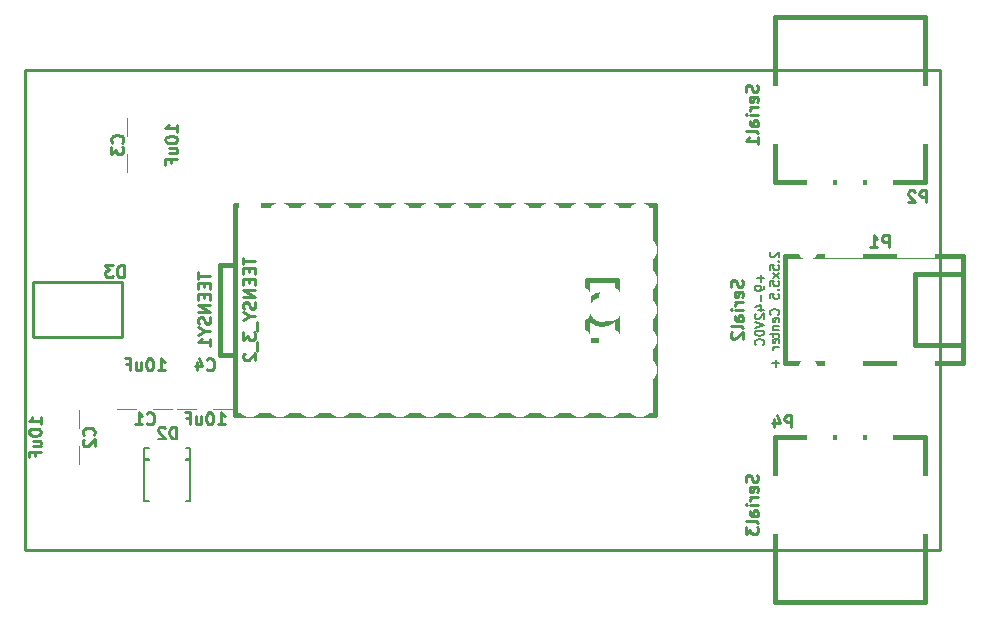
<source format=gbo>
G04 #@! TF.FileFunction,Legend,Bot*
%FSLAX46Y46*%
G04 Gerber Fmt 4.6, Leading zero omitted, Abs format (unit mm)*
G04 Created by KiCad (PCBNEW 4.1.0-alpha+201607150317+6980~46~ubuntu16.04.1-product) date Fri Jul 15 13:36:51 2016*
%MOMM*%
%LPD*%
G01*
G04 APERTURE LIST*
%ADD10C,0.100000*%
%ADD11C,0.190500*%
%ADD12C,0.254000*%
%ADD13C,0.228600*%
%ADD14C,0.127000*%
%ADD15C,0.381000*%
%ADD16C,0.150000*%
%ADD17O,2.254200X2.940000*%
%ADD18R,2.254200X2.940000*%
%ADD19C,3.956000*%
%ADD20R,1.670000X2.940000*%
%ADD21R,2.940000X1.670000*%
%ADD22R,3.200000X2.800000*%
%ADD23C,2.400000*%
%ADD24C,2.600000*%
%ADD25R,2.178000X4.591000*%
%ADD26C,1.600200*%
%ADD27R,2.997200X5.029200*%
%ADD28O,2.940000X1.924000*%
%ADD29O,5.480000X3.448000*%
%ADD30O,2.432000X1.924000*%
%ADD31O,1.924000X2.432000*%
%ADD32R,2.900000X2.400000*%
%ADD33R,5.160000X4.000000*%
%ADD34R,1.640000X1.800000*%
%ADD35R,1.924000X2.940000*%
%ADD36O,1.924000X2.940000*%
G04 APERTURE END LIST*
D10*
D11*
X121974428Y-96755857D02*
X121974428Y-97336428D01*
X122264714Y-97046142D02*
X121684142Y-97046142D01*
X122264714Y-97735571D02*
X122264714Y-97880714D01*
X122228428Y-97953285D01*
X122192142Y-97989571D01*
X122083285Y-98062142D01*
X121938142Y-98098428D01*
X121647857Y-98098428D01*
X121575285Y-98062142D01*
X121539000Y-98025857D01*
X121502714Y-97953285D01*
X121502714Y-97808142D01*
X121539000Y-97735571D01*
X121575285Y-97699285D01*
X121647857Y-97663000D01*
X121829285Y-97663000D01*
X121901857Y-97699285D01*
X121938142Y-97735571D01*
X121974428Y-97808142D01*
X121974428Y-97953285D01*
X121938142Y-98025857D01*
X121901857Y-98062142D01*
X121829285Y-98098428D01*
X121974428Y-98425000D02*
X121974428Y-99005571D01*
X121756714Y-99695000D02*
X122264714Y-99695000D01*
X121466428Y-99513571D02*
X122010714Y-99332142D01*
X122010714Y-99803857D01*
X121575285Y-100057857D02*
X121539000Y-100094142D01*
X121502714Y-100166714D01*
X121502714Y-100348142D01*
X121539000Y-100420714D01*
X121575285Y-100457000D01*
X121647857Y-100493285D01*
X121720428Y-100493285D01*
X121829285Y-100457000D01*
X122264714Y-100021571D01*
X122264714Y-100493285D01*
X121502714Y-100711000D02*
X122264714Y-100965000D01*
X121502714Y-101219000D01*
X122264714Y-101473000D02*
X121502714Y-101473000D01*
X121502714Y-101654428D01*
X121539000Y-101763285D01*
X121611571Y-101835857D01*
X121684142Y-101872142D01*
X121829285Y-101908428D01*
X121938142Y-101908428D01*
X122083285Y-101872142D01*
X122155857Y-101835857D01*
X122228428Y-101763285D01*
X122264714Y-101654428D01*
X122264714Y-101473000D01*
X122192142Y-102670428D02*
X122228428Y-102634142D01*
X122264714Y-102525285D01*
X122264714Y-102452714D01*
X122228428Y-102343857D01*
X122155857Y-102271285D01*
X122083285Y-102235000D01*
X121938142Y-102198714D01*
X121829285Y-102198714D01*
X121684142Y-102235000D01*
X121611571Y-102271285D01*
X121539000Y-102343857D01*
X121502714Y-102452714D01*
X121502714Y-102525285D01*
X121539000Y-102634142D01*
X121575285Y-102670428D01*
D12*
X121696238Y-80693380D02*
X121744619Y-80838523D01*
X121744619Y-81080428D01*
X121696238Y-81177190D01*
X121647857Y-81225571D01*
X121551095Y-81273952D01*
X121454333Y-81273952D01*
X121357571Y-81225571D01*
X121309190Y-81177190D01*
X121260809Y-81080428D01*
X121212428Y-80886904D01*
X121164047Y-80790142D01*
X121115666Y-80741761D01*
X121018904Y-80693380D01*
X120922142Y-80693380D01*
X120825380Y-80741761D01*
X120777000Y-80790142D01*
X120728619Y-80886904D01*
X120728619Y-81128809D01*
X120777000Y-81273952D01*
X121696238Y-82096428D02*
X121744619Y-81999666D01*
X121744619Y-81806142D01*
X121696238Y-81709380D01*
X121599476Y-81661000D01*
X121212428Y-81661000D01*
X121115666Y-81709380D01*
X121067285Y-81806142D01*
X121067285Y-81999666D01*
X121115666Y-82096428D01*
X121212428Y-82144809D01*
X121309190Y-82144809D01*
X121405952Y-81661000D01*
X121744619Y-82580238D02*
X121067285Y-82580238D01*
X121260809Y-82580238D02*
X121164047Y-82628619D01*
X121115666Y-82677000D01*
X121067285Y-82773761D01*
X121067285Y-82870523D01*
X121744619Y-83209190D02*
X121067285Y-83209190D01*
X120728619Y-83209190D02*
X120777000Y-83160809D01*
X120825380Y-83209190D01*
X120777000Y-83257571D01*
X120728619Y-83209190D01*
X120825380Y-83209190D01*
X121744619Y-84128428D02*
X121212428Y-84128428D01*
X121115666Y-84080047D01*
X121067285Y-83983285D01*
X121067285Y-83789761D01*
X121115666Y-83693000D01*
X121696238Y-84128428D02*
X121744619Y-84031666D01*
X121744619Y-83789761D01*
X121696238Y-83693000D01*
X121599476Y-83644619D01*
X121502714Y-83644619D01*
X121405952Y-83693000D01*
X121357571Y-83789761D01*
X121357571Y-84031666D01*
X121309190Y-84128428D01*
X121744619Y-84757380D02*
X121696238Y-84660619D01*
X121599476Y-84612238D01*
X120728619Y-84612238D01*
X121744619Y-85676619D02*
X121744619Y-85096047D01*
X121744619Y-85386333D02*
X120728619Y-85386333D01*
X120873761Y-85289571D01*
X120970523Y-85192809D01*
X121018904Y-85096047D01*
X121696238Y-113713380D02*
X121744619Y-113858523D01*
X121744619Y-114100428D01*
X121696238Y-114197190D01*
X121647857Y-114245571D01*
X121551095Y-114293952D01*
X121454333Y-114293952D01*
X121357571Y-114245571D01*
X121309190Y-114197190D01*
X121260809Y-114100428D01*
X121212428Y-113906904D01*
X121164047Y-113810142D01*
X121115666Y-113761761D01*
X121018904Y-113713380D01*
X120922142Y-113713380D01*
X120825380Y-113761761D01*
X120777000Y-113810142D01*
X120728619Y-113906904D01*
X120728619Y-114148809D01*
X120777000Y-114293952D01*
X121696238Y-115116428D02*
X121744619Y-115019666D01*
X121744619Y-114826142D01*
X121696238Y-114729380D01*
X121599476Y-114681000D01*
X121212428Y-114681000D01*
X121115666Y-114729380D01*
X121067285Y-114826142D01*
X121067285Y-115019666D01*
X121115666Y-115116428D01*
X121212428Y-115164809D01*
X121309190Y-115164809D01*
X121405952Y-114681000D01*
X121744619Y-115600238D02*
X121067285Y-115600238D01*
X121260809Y-115600238D02*
X121164047Y-115648619D01*
X121115666Y-115697000D01*
X121067285Y-115793761D01*
X121067285Y-115890523D01*
X121744619Y-116229190D02*
X121067285Y-116229190D01*
X120728619Y-116229190D02*
X120777000Y-116180809D01*
X120825380Y-116229190D01*
X120777000Y-116277571D01*
X120728619Y-116229190D01*
X120825380Y-116229190D01*
X121744619Y-117148428D02*
X121212428Y-117148428D01*
X121115666Y-117100047D01*
X121067285Y-117003285D01*
X121067285Y-116809761D01*
X121115666Y-116713000D01*
X121696238Y-117148428D02*
X121744619Y-117051666D01*
X121744619Y-116809761D01*
X121696238Y-116713000D01*
X121599476Y-116664619D01*
X121502714Y-116664619D01*
X121405952Y-116713000D01*
X121357571Y-116809761D01*
X121357571Y-117051666D01*
X121309190Y-117148428D01*
X121744619Y-117777380D02*
X121696238Y-117680619D01*
X121599476Y-117632238D01*
X120728619Y-117632238D01*
X120728619Y-118067666D02*
X120728619Y-118696619D01*
X121115666Y-118357952D01*
X121115666Y-118503095D01*
X121164047Y-118599857D01*
X121212428Y-118648238D01*
X121309190Y-118696619D01*
X121551095Y-118696619D01*
X121647857Y-118648238D01*
X121696238Y-118599857D01*
X121744619Y-118503095D01*
X121744619Y-118212809D01*
X121696238Y-118116047D01*
X121647857Y-118067666D01*
D11*
X122845285Y-94832714D02*
X122809000Y-94869000D01*
X122772714Y-94941571D01*
X122772714Y-95123000D01*
X122809000Y-95195571D01*
X122845285Y-95231857D01*
X122917857Y-95268142D01*
X122990428Y-95268142D01*
X123099285Y-95231857D01*
X123534714Y-94796428D01*
X123534714Y-95268142D01*
X123462142Y-95594714D02*
X123498428Y-95631000D01*
X123534714Y-95594714D01*
X123498428Y-95558428D01*
X123462142Y-95594714D01*
X123534714Y-95594714D01*
X122772714Y-96320428D02*
X122772714Y-95957571D01*
X123135571Y-95921285D01*
X123099285Y-95957571D01*
X123063000Y-96030142D01*
X123063000Y-96211571D01*
X123099285Y-96284142D01*
X123135571Y-96320428D01*
X123208142Y-96356714D01*
X123389571Y-96356714D01*
X123462142Y-96320428D01*
X123498428Y-96284142D01*
X123534714Y-96211571D01*
X123534714Y-96030142D01*
X123498428Y-95957571D01*
X123462142Y-95921285D01*
X123534714Y-96610714D02*
X123026714Y-97009857D01*
X123026714Y-96610714D02*
X123534714Y-97009857D01*
X122772714Y-97663000D02*
X122772714Y-97300142D01*
X123135571Y-97263857D01*
X123099285Y-97300142D01*
X123063000Y-97372714D01*
X123063000Y-97554142D01*
X123099285Y-97626714D01*
X123135571Y-97663000D01*
X123208142Y-97699285D01*
X123389571Y-97699285D01*
X123462142Y-97663000D01*
X123498428Y-97626714D01*
X123534714Y-97554142D01*
X123534714Y-97372714D01*
X123498428Y-97300142D01*
X123462142Y-97263857D01*
X123462142Y-98025857D02*
X123498428Y-98062142D01*
X123534714Y-98025857D01*
X123498428Y-97989571D01*
X123462142Y-98025857D01*
X123534714Y-98025857D01*
X122772714Y-98751571D02*
X122772714Y-98388714D01*
X123135571Y-98352428D01*
X123099285Y-98388714D01*
X123063000Y-98461285D01*
X123063000Y-98642714D01*
X123099285Y-98715285D01*
X123135571Y-98751571D01*
X123208142Y-98787857D01*
X123389571Y-98787857D01*
X123462142Y-98751571D01*
X123498428Y-98715285D01*
X123534714Y-98642714D01*
X123534714Y-98461285D01*
X123498428Y-98388714D01*
X123462142Y-98352428D01*
X123462142Y-100130428D02*
X123498428Y-100094142D01*
X123534714Y-99985285D01*
X123534714Y-99912714D01*
X123498428Y-99803857D01*
X123425857Y-99731285D01*
X123353285Y-99695000D01*
X123208142Y-99658714D01*
X123099285Y-99658714D01*
X122954142Y-99695000D01*
X122881571Y-99731285D01*
X122809000Y-99803857D01*
X122772714Y-99912714D01*
X122772714Y-99985285D01*
X122809000Y-100094142D01*
X122845285Y-100130428D01*
X123498428Y-100747285D02*
X123534714Y-100674714D01*
X123534714Y-100529571D01*
X123498428Y-100457000D01*
X123425857Y-100420714D01*
X123135571Y-100420714D01*
X123063000Y-100457000D01*
X123026714Y-100529571D01*
X123026714Y-100674714D01*
X123063000Y-100747285D01*
X123135571Y-100783571D01*
X123208142Y-100783571D01*
X123280714Y-100420714D01*
X123026714Y-101110142D02*
X123534714Y-101110142D01*
X123099285Y-101110142D02*
X123063000Y-101146428D01*
X123026714Y-101219000D01*
X123026714Y-101327857D01*
X123063000Y-101400428D01*
X123135571Y-101436714D01*
X123534714Y-101436714D01*
X123026714Y-101690714D02*
X123026714Y-101981000D01*
X122772714Y-101799571D02*
X123425857Y-101799571D01*
X123498428Y-101835857D01*
X123534714Y-101908428D01*
X123534714Y-101981000D01*
X123498428Y-102525285D02*
X123534714Y-102452714D01*
X123534714Y-102307571D01*
X123498428Y-102235000D01*
X123425857Y-102198714D01*
X123135571Y-102198714D01*
X123063000Y-102235000D01*
X123026714Y-102307571D01*
X123026714Y-102452714D01*
X123063000Y-102525285D01*
X123135571Y-102561571D01*
X123208142Y-102561571D01*
X123280714Y-102198714D01*
X123534714Y-102888142D02*
X123026714Y-102888142D01*
X123171857Y-102888142D02*
X123099285Y-102924428D01*
X123063000Y-102960714D01*
X123026714Y-103033285D01*
X123026714Y-103105857D01*
X123244428Y-103940428D02*
X123244428Y-104521000D01*
X123534714Y-104230714D02*
X122954142Y-104230714D01*
D12*
X120426238Y-97203380D02*
X120474619Y-97348523D01*
X120474619Y-97590428D01*
X120426238Y-97687190D01*
X120377857Y-97735571D01*
X120281095Y-97783952D01*
X120184333Y-97783952D01*
X120087571Y-97735571D01*
X120039190Y-97687190D01*
X119990809Y-97590428D01*
X119942428Y-97396904D01*
X119894047Y-97300142D01*
X119845666Y-97251761D01*
X119748904Y-97203380D01*
X119652142Y-97203380D01*
X119555380Y-97251761D01*
X119507000Y-97300142D01*
X119458619Y-97396904D01*
X119458619Y-97638809D01*
X119507000Y-97783952D01*
X120426238Y-98606428D02*
X120474619Y-98509666D01*
X120474619Y-98316142D01*
X120426238Y-98219380D01*
X120329476Y-98171000D01*
X119942428Y-98171000D01*
X119845666Y-98219380D01*
X119797285Y-98316142D01*
X119797285Y-98509666D01*
X119845666Y-98606428D01*
X119942428Y-98654809D01*
X120039190Y-98654809D01*
X120135952Y-98171000D01*
X120474619Y-99090238D02*
X119797285Y-99090238D01*
X119990809Y-99090238D02*
X119894047Y-99138619D01*
X119845666Y-99187000D01*
X119797285Y-99283761D01*
X119797285Y-99380523D01*
X120474619Y-99719190D02*
X119797285Y-99719190D01*
X119458619Y-99719190D02*
X119507000Y-99670809D01*
X119555380Y-99719190D01*
X119507000Y-99767571D01*
X119458619Y-99719190D01*
X119555380Y-99719190D01*
X120474619Y-100638428D02*
X119942428Y-100638428D01*
X119845666Y-100590047D01*
X119797285Y-100493285D01*
X119797285Y-100299761D01*
X119845666Y-100203000D01*
X120426238Y-100638428D02*
X120474619Y-100541666D01*
X120474619Y-100299761D01*
X120426238Y-100203000D01*
X120329476Y-100154619D01*
X120232714Y-100154619D01*
X120135952Y-100203000D01*
X120087571Y-100299761D01*
X120087571Y-100541666D01*
X120039190Y-100638428D01*
X120474619Y-101267380D02*
X120426238Y-101170619D01*
X120329476Y-101122238D01*
X119458619Y-101122238D01*
X119555380Y-101606047D02*
X119507000Y-101654428D01*
X119458619Y-101751190D01*
X119458619Y-101993095D01*
X119507000Y-102089857D01*
X119555380Y-102138238D01*
X119652142Y-102186619D01*
X119748904Y-102186619D01*
X119894047Y-102138238D01*
X120474619Y-101557666D01*
X120474619Y-102186619D01*
D13*
X137160000Y-79375000D02*
X59690000Y-79375000D01*
X137160000Y-120015000D02*
X137160000Y-79375000D01*
X59690000Y-120015000D02*
X137160000Y-120015000D01*
X59690000Y-79375000D02*
X59690000Y-120015000D01*
D14*
X69088000Y-108077000D02*
X67564000Y-108077000D01*
X67564000Y-108077000D02*
X67564000Y-105283000D01*
X67564000Y-105283000D02*
X69088000Y-105283000D01*
X70612000Y-105283000D02*
X72136000Y-105283000D01*
X72136000Y-105283000D02*
X72136000Y-108077000D01*
X72136000Y-108077000D02*
X70612000Y-108077000D01*
X64262000Y-111252000D02*
X64262000Y-112776000D01*
X64262000Y-112776000D02*
X61468000Y-112776000D01*
X61468000Y-112776000D02*
X61468000Y-111252000D01*
X61468000Y-109728000D02*
X61468000Y-108204000D01*
X61468000Y-108204000D02*
X64262000Y-108204000D01*
X64262000Y-108204000D02*
X64262000Y-109728000D01*
D15*
X139080000Y-102695000D02*
X135080000Y-102695000D01*
X135080000Y-102695000D02*
X135080000Y-96695000D01*
X135080000Y-96695000D02*
X139080000Y-96695000D01*
X124080000Y-104195000D02*
X124080000Y-95195000D01*
X124080000Y-95195000D02*
X139080000Y-95195000D01*
X139080000Y-95195000D02*
X139080000Y-104195000D01*
X139080000Y-104195000D02*
X124080000Y-104195000D01*
X135890000Y-74930000D02*
X123190000Y-74930000D01*
X123190000Y-74930000D02*
X123190000Y-88900000D01*
X135890000Y-74930000D02*
X135890000Y-88900000D01*
X135890000Y-88900000D02*
X123190000Y-88900000D01*
X123190000Y-124460000D02*
X135890000Y-124460000D01*
X135890000Y-124460000D02*
X135890000Y-110490000D01*
X123190000Y-124460000D02*
X123190000Y-110490000D01*
X123190000Y-110490000D02*
X135890000Y-110490000D01*
D16*
X69805000Y-111415000D02*
X70205000Y-111415000D01*
X73705000Y-111415000D02*
X73305000Y-111415000D01*
X73705000Y-115915000D02*
X73305000Y-115915000D01*
X69805000Y-115915000D02*
X70205000Y-115915000D01*
X73705000Y-112315000D02*
X73305000Y-112315000D01*
X73305000Y-112315000D02*
X73305000Y-112465000D01*
X73305000Y-112465000D02*
X73705000Y-112465000D01*
X69805000Y-112315000D02*
X70205000Y-112315000D01*
X70205000Y-112315000D02*
X70205000Y-112465000D01*
X70205000Y-112465000D02*
X69805000Y-112465000D01*
X69805000Y-111415000D02*
X69805000Y-115915000D01*
X73705000Y-115915000D02*
X73705000Y-111415000D01*
D13*
X67885000Y-101995000D02*
X67885000Y-97395000D01*
X67885000Y-97395000D02*
X60385000Y-97395000D01*
X60385000Y-97395000D02*
X60385000Y-101995000D01*
X60385000Y-101995000D02*
X67885000Y-101995000D01*
D15*
X109855000Y-99695000D02*
G75*
G03X109855000Y-99695000I-1270000J0D01*
G01*
X109855000Y-97155000D02*
X109855000Y-102235000D01*
X109855000Y-102235000D02*
X107315000Y-102235000D01*
X107315000Y-102235000D02*
X107315000Y-97155000D01*
X107315000Y-97155000D02*
X109855000Y-97155000D01*
X77470000Y-95885000D02*
X76200000Y-95885000D01*
X76200000Y-95885000D02*
X76200000Y-103505000D01*
X76200000Y-103505000D02*
X77470000Y-103505000D01*
X77470000Y-90805000D02*
X113030000Y-90805000D01*
X113030000Y-90805000D02*
X113030000Y-108585000D01*
X113030000Y-108585000D02*
X77470000Y-108585000D01*
X77470000Y-108585000D02*
X77470000Y-90805000D01*
D14*
X68453000Y-84963000D02*
X68453000Y-83439000D01*
X68453000Y-83439000D02*
X71247000Y-83439000D01*
X71247000Y-83439000D02*
X71247000Y-84963000D01*
X71247000Y-86487000D02*
X71247000Y-88011000D01*
X71247000Y-88011000D02*
X68453000Y-88011000D01*
X68453000Y-88011000D02*
X68453000Y-86487000D01*
X75692000Y-105283000D02*
X77216000Y-105283000D01*
X77216000Y-105283000D02*
X77216000Y-108077000D01*
X77216000Y-108077000D02*
X75692000Y-108077000D01*
X74168000Y-108077000D02*
X72644000Y-108077000D01*
X72644000Y-108077000D02*
X72644000Y-105283000D01*
X72644000Y-105283000D02*
X74168000Y-105283000D01*
D12*
X70019333Y-109328857D02*
X70067714Y-109377238D01*
X70212857Y-109425619D01*
X70309619Y-109425619D01*
X70454761Y-109377238D01*
X70551523Y-109280476D01*
X70599904Y-109183714D01*
X70648285Y-108990190D01*
X70648285Y-108845047D01*
X70599904Y-108651523D01*
X70551523Y-108554761D01*
X70454761Y-108458000D01*
X70309619Y-108409619D01*
X70212857Y-108409619D01*
X70067714Y-108458000D01*
X70019333Y-108506380D01*
X69051714Y-109425619D02*
X69632285Y-109425619D01*
X69342000Y-109425619D02*
X69342000Y-108409619D01*
X69438761Y-108554761D01*
X69535523Y-108651523D01*
X69632285Y-108699904D01*
X70938571Y-104853619D02*
X71519142Y-104853619D01*
X71228857Y-104853619D02*
X71228857Y-103837619D01*
X71325619Y-103982761D01*
X71422380Y-104079523D01*
X71519142Y-104127904D01*
X70309619Y-103837619D02*
X70212857Y-103837619D01*
X70116095Y-103886000D01*
X70067714Y-103934380D01*
X70019333Y-104031142D01*
X69970952Y-104224666D01*
X69970952Y-104466571D01*
X70019333Y-104660095D01*
X70067714Y-104756857D01*
X70116095Y-104805238D01*
X70212857Y-104853619D01*
X70309619Y-104853619D01*
X70406380Y-104805238D01*
X70454761Y-104756857D01*
X70503142Y-104660095D01*
X70551523Y-104466571D01*
X70551523Y-104224666D01*
X70503142Y-104031142D01*
X70454761Y-103934380D01*
X70406380Y-103886000D01*
X70309619Y-103837619D01*
X69100095Y-104176285D02*
X69100095Y-104853619D01*
X69535523Y-104176285D02*
X69535523Y-104708476D01*
X69487142Y-104805238D01*
X69390380Y-104853619D01*
X69245238Y-104853619D01*
X69148476Y-104805238D01*
X69100095Y-104756857D01*
X68277619Y-104321428D02*
X68616285Y-104321428D01*
X68616285Y-104853619D02*
X68616285Y-103837619D01*
X68132476Y-103837619D01*
X65513857Y-110320666D02*
X65562238Y-110272285D01*
X65610619Y-110127142D01*
X65610619Y-110030380D01*
X65562238Y-109885238D01*
X65465476Y-109788476D01*
X65368714Y-109740095D01*
X65175190Y-109691714D01*
X65030047Y-109691714D01*
X64836523Y-109740095D01*
X64739761Y-109788476D01*
X64643000Y-109885238D01*
X64594619Y-110030380D01*
X64594619Y-110127142D01*
X64643000Y-110272285D01*
X64691380Y-110320666D01*
X64691380Y-110707714D02*
X64643000Y-110756095D01*
X64594619Y-110852857D01*
X64594619Y-111094761D01*
X64643000Y-111191523D01*
X64691380Y-111239904D01*
X64788142Y-111288285D01*
X64884904Y-111288285D01*
X65030047Y-111239904D01*
X65610619Y-110659333D01*
X65610619Y-111288285D01*
X61038619Y-109401428D02*
X61038619Y-108820857D01*
X61038619Y-109111142D02*
X60022619Y-109111142D01*
X60167761Y-109014380D01*
X60264523Y-108917619D01*
X60312904Y-108820857D01*
X60022619Y-110030380D02*
X60022619Y-110127142D01*
X60071000Y-110223904D01*
X60119380Y-110272285D01*
X60216142Y-110320666D01*
X60409666Y-110369047D01*
X60651571Y-110369047D01*
X60845095Y-110320666D01*
X60941857Y-110272285D01*
X60990238Y-110223904D01*
X61038619Y-110127142D01*
X61038619Y-110030380D01*
X60990238Y-109933619D01*
X60941857Y-109885238D01*
X60845095Y-109836857D01*
X60651571Y-109788476D01*
X60409666Y-109788476D01*
X60216142Y-109836857D01*
X60119380Y-109885238D01*
X60071000Y-109933619D01*
X60022619Y-110030380D01*
X60361285Y-111239904D02*
X61038619Y-111239904D01*
X60361285Y-110804476D02*
X60893476Y-110804476D01*
X60990238Y-110852857D01*
X61038619Y-110949619D01*
X61038619Y-111094761D01*
X60990238Y-111191523D01*
X60941857Y-111239904D01*
X60506428Y-112062380D02*
X60506428Y-111723714D01*
X61038619Y-111723714D02*
X60022619Y-111723714D01*
X60022619Y-112207523D01*
X132829904Y-94439619D02*
X132829904Y-93423619D01*
X132442857Y-93423619D01*
X132346095Y-93472000D01*
X132297714Y-93520380D01*
X132249333Y-93617142D01*
X132249333Y-93762285D01*
X132297714Y-93859047D01*
X132346095Y-93907428D01*
X132442857Y-93955809D01*
X132829904Y-93955809D01*
X131281714Y-94439619D02*
X131862285Y-94439619D01*
X131572000Y-94439619D02*
X131572000Y-93423619D01*
X131668761Y-93568761D01*
X131765523Y-93665523D01*
X131862285Y-93713904D01*
X136004904Y-90629619D02*
X136004904Y-89613619D01*
X135617857Y-89613619D01*
X135521095Y-89662000D01*
X135472714Y-89710380D01*
X135424333Y-89807142D01*
X135424333Y-89952285D01*
X135472714Y-90049047D01*
X135521095Y-90097428D01*
X135617857Y-90145809D01*
X136004904Y-90145809D01*
X135037285Y-89710380D02*
X134988904Y-89662000D01*
X134892142Y-89613619D01*
X134650238Y-89613619D01*
X134553476Y-89662000D01*
X134505095Y-89710380D01*
X134456714Y-89807142D01*
X134456714Y-89903904D01*
X134505095Y-90049047D01*
X135085666Y-90629619D01*
X134456714Y-90629619D01*
X124574904Y-109679619D02*
X124574904Y-108663619D01*
X124187857Y-108663619D01*
X124091095Y-108712000D01*
X124042714Y-108760380D01*
X123994333Y-108857142D01*
X123994333Y-109002285D01*
X124042714Y-109099047D01*
X124091095Y-109147428D01*
X124187857Y-109195809D01*
X124574904Y-109195809D01*
X123123476Y-109002285D02*
X123123476Y-109679619D01*
X123365380Y-108615238D02*
X123607285Y-109340952D01*
X122978333Y-109340952D01*
X72504904Y-110624619D02*
X72504904Y-109608619D01*
X72263000Y-109608619D01*
X72117857Y-109657000D01*
X72021095Y-109753761D01*
X71972714Y-109850523D01*
X71924333Y-110044047D01*
X71924333Y-110189190D01*
X71972714Y-110382714D01*
X72021095Y-110479476D01*
X72117857Y-110576238D01*
X72263000Y-110624619D01*
X72504904Y-110624619D01*
X71537285Y-109705380D02*
X71488904Y-109657000D01*
X71392142Y-109608619D01*
X71150238Y-109608619D01*
X71053476Y-109657000D01*
X71005095Y-109705380D01*
X70956714Y-109802142D01*
X70956714Y-109898904D01*
X71005095Y-110044047D01*
X71585666Y-110624619D01*
X70956714Y-110624619D01*
X68059904Y-96979619D02*
X68059904Y-95963619D01*
X67818000Y-95963619D01*
X67672857Y-96012000D01*
X67576095Y-96108761D01*
X67527714Y-96205523D01*
X67479333Y-96399047D01*
X67479333Y-96544190D01*
X67527714Y-96737714D01*
X67576095Y-96834476D01*
X67672857Y-96931238D01*
X67818000Y-96979619D01*
X68059904Y-96979619D01*
X67140666Y-95963619D02*
X66511714Y-95963619D01*
X66850380Y-96350666D01*
X66705238Y-96350666D01*
X66608476Y-96399047D01*
X66560095Y-96447428D01*
X66511714Y-96544190D01*
X66511714Y-96786095D01*
X66560095Y-96882857D01*
X66608476Y-96931238D01*
X66705238Y-96979619D01*
X66995523Y-96979619D01*
X67092285Y-96931238D01*
X67140666Y-96882857D01*
X74373619Y-96550238D02*
X74373619Y-97130809D01*
X75389619Y-96840523D02*
X74373619Y-96840523D01*
X74857428Y-97469476D02*
X74857428Y-97808142D01*
X75389619Y-97953285D02*
X75389619Y-97469476D01*
X74373619Y-97469476D01*
X74373619Y-97953285D01*
X74857428Y-98388714D02*
X74857428Y-98727380D01*
X75389619Y-98872523D02*
X75389619Y-98388714D01*
X74373619Y-98388714D01*
X74373619Y-98872523D01*
X75389619Y-99307952D02*
X74373619Y-99307952D01*
X75389619Y-99888523D01*
X74373619Y-99888523D01*
X75341238Y-100323952D02*
X75389619Y-100469095D01*
X75389619Y-100711000D01*
X75341238Y-100807761D01*
X75292857Y-100856142D01*
X75196095Y-100904523D01*
X75099333Y-100904523D01*
X75002571Y-100856142D01*
X74954190Y-100807761D01*
X74905809Y-100711000D01*
X74857428Y-100517476D01*
X74809047Y-100420714D01*
X74760666Y-100372333D01*
X74663904Y-100323952D01*
X74567142Y-100323952D01*
X74470380Y-100372333D01*
X74422000Y-100420714D01*
X74373619Y-100517476D01*
X74373619Y-100759380D01*
X74422000Y-100904523D01*
X74905809Y-101533476D02*
X75389619Y-101533476D01*
X74373619Y-101194809D02*
X74905809Y-101533476D01*
X74373619Y-101872142D01*
X75389619Y-102743000D02*
X75389619Y-102162428D01*
X75389619Y-102452714D02*
X74373619Y-102452714D01*
X74518761Y-102355952D01*
X74615523Y-102259190D01*
X74663904Y-102162428D01*
X78193619Y-95292333D02*
X78193619Y-95872904D01*
X79209619Y-95582619D02*
X78193619Y-95582619D01*
X78677428Y-96211571D02*
X78677428Y-96550238D01*
X79209619Y-96695380D02*
X79209619Y-96211571D01*
X78193619Y-96211571D01*
X78193619Y-96695380D01*
X78677428Y-97130809D02*
X78677428Y-97469476D01*
X79209619Y-97614619D02*
X79209619Y-97130809D01*
X78193619Y-97130809D01*
X78193619Y-97614619D01*
X79209619Y-98050047D02*
X78193619Y-98050047D01*
X79209619Y-98630619D01*
X78193619Y-98630619D01*
X79161238Y-99066047D02*
X79209619Y-99211190D01*
X79209619Y-99453095D01*
X79161238Y-99549857D01*
X79112857Y-99598238D01*
X79016095Y-99646619D01*
X78919333Y-99646619D01*
X78822571Y-99598238D01*
X78774190Y-99549857D01*
X78725809Y-99453095D01*
X78677428Y-99259571D01*
X78629047Y-99162809D01*
X78580666Y-99114428D01*
X78483904Y-99066047D01*
X78387142Y-99066047D01*
X78290380Y-99114428D01*
X78242000Y-99162809D01*
X78193619Y-99259571D01*
X78193619Y-99501476D01*
X78242000Y-99646619D01*
X78725809Y-100275571D02*
X79209619Y-100275571D01*
X78193619Y-99936904D02*
X78725809Y-100275571D01*
X78193619Y-100614238D01*
X79306380Y-100711000D02*
X79306380Y-101485095D01*
X78193619Y-101630238D02*
X78193619Y-102259190D01*
X78580666Y-101920523D01*
X78580666Y-102065666D01*
X78629047Y-102162428D01*
X78677428Y-102210809D01*
X78774190Y-102259190D01*
X79016095Y-102259190D01*
X79112857Y-102210809D01*
X79161238Y-102162428D01*
X79209619Y-102065666D01*
X79209619Y-101775380D01*
X79161238Y-101678619D01*
X79112857Y-101630238D01*
X79306380Y-102452714D02*
X79306380Y-103226809D01*
X78290380Y-103420333D02*
X78242000Y-103468714D01*
X78193619Y-103565476D01*
X78193619Y-103807380D01*
X78242000Y-103904142D01*
X78290380Y-103952523D01*
X78387142Y-104000904D01*
X78483904Y-104000904D01*
X78629047Y-103952523D01*
X79209619Y-103371952D01*
X79209619Y-104000904D01*
X67926857Y-85555666D02*
X67975238Y-85507285D01*
X68023619Y-85362142D01*
X68023619Y-85265380D01*
X67975238Y-85120238D01*
X67878476Y-85023476D01*
X67781714Y-84975095D01*
X67588190Y-84926714D01*
X67443047Y-84926714D01*
X67249523Y-84975095D01*
X67152761Y-85023476D01*
X67056000Y-85120238D01*
X67007619Y-85265380D01*
X67007619Y-85362142D01*
X67056000Y-85507285D01*
X67104380Y-85555666D01*
X67007619Y-85894333D02*
X67007619Y-86523285D01*
X67394666Y-86184619D01*
X67394666Y-86329761D01*
X67443047Y-86426523D01*
X67491428Y-86474904D01*
X67588190Y-86523285D01*
X67830095Y-86523285D01*
X67926857Y-86474904D01*
X67975238Y-86426523D01*
X68023619Y-86329761D01*
X68023619Y-86039476D01*
X67975238Y-85942714D01*
X67926857Y-85894333D01*
X72595619Y-84636428D02*
X72595619Y-84055857D01*
X72595619Y-84346142D02*
X71579619Y-84346142D01*
X71724761Y-84249380D01*
X71821523Y-84152619D01*
X71869904Y-84055857D01*
X71579619Y-85265380D02*
X71579619Y-85362142D01*
X71628000Y-85458904D01*
X71676380Y-85507285D01*
X71773142Y-85555666D01*
X71966666Y-85604047D01*
X72208571Y-85604047D01*
X72402095Y-85555666D01*
X72498857Y-85507285D01*
X72547238Y-85458904D01*
X72595619Y-85362142D01*
X72595619Y-85265380D01*
X72547238Y-85168619D01*
X72498857Y-85120238D01*
X72402095Y-85071857D01*
X72208571Y-85023476D01*
X71966666Y-85023476D01*
X71773142Y-85071857D01*
X71676380Y-85120238D01*
X71628000Y-85168619D01*
X71579619Y-85265380D01*
X71918285Y-86474904D02*
X72595619Y-86474904D01*
X71918285Y-86039476D02*
X72450476Y-86039476D01*
X72547238Y-86087857D01*
X72595619Y-86184619D01*
X72595619Y-86329761D01*
X72547238Y-86426523D01*
X72498857Y-86474904D01*
X72063428Y-87297380D02*
X72063428Y-86958714D01*
X72595619Y-86958714D02*
X71579619Y-86958714D01*
X71579619Y-87442523D01*
X75099333Y-104756857D02*
X75147714Y-104805238D01*
X75292857Y-104853619D01*
X75389619Y-104853619D01*
X75534761Y-104805238D01*
X75631523Y-104708476D01*
X75679904Y-104611714D01*
X75728285Y-104418190D01*
X75728285Y-104273047D01*
X75679904Y-104079523D01*
X75631523Y-103982761D01*
X75534761Y-103886000D01*
X75389619Y-103837619D01*
X75292857Y-103837619D01*
X75147714Y-103886000D01*
X75099333Y-103934380D01*
X74228476Y-104176285D02*
X74228476Y-104853619D01*
X74470380Y-103789238D02*
X74712285Y-104514952D01*
X74083333Y-104514952D01*
X76018571Y-109425619D02*
X76599142Y-109425619D01*
X76308857Y-109425619D02*
X76308857Y-108409619D01*
X76405619Y-108554761D01*
X76502380Y-108651523D01*
X76599142Y-108699904D01*
X75389619Y-108409619D02*
X75292857Y-108409619D01*
X75196095Y-108458000D01*
X75147714Y-108506380D01*
X75099333Y-108603142D01*
X75050952Y-108796666D01*
X75050952Y-109038571D01*
X75099333Y-109232095D01*
X75147714Y-109328857D01*
X75196095Y-109377238D01*
X75292857Y-109425619D01*
X75389619Y-109425619D01*
X75486380Y-109377238D01*
X75534761Y-109328857D01*
X75583142Y-109232095D01*
X75631523Y-109038571D01*
X75631523Y-108796666D01*
X75583142Y-108603142D01*
X75534761Y-108506380D01*
X75486380Y-108458000D01*
X75389619Y-108409619D01*
X74180095Y-108748285D02*
X74180095Y-109425619D01*
X74615523Y-108748285D02*
X74615523Y-109280476D01*
X74567142Y-109377238D01*
X74470380Y-109425619D01*
X74325238Y-109425619D01*
X74228476Y-109377238D01*
X74180095Y-109328857D01*
X73357619Y-108893428D02*
X73696285Y-108893428D01*
X73696285Y-109425619D02*
X73696285Y-108409619D01*
X73212476Y-108409619D01*
%LPC*%
D17*
X78740000Y-81915000D03*
X81280000Y-81915000D03*
D18*
X76200000Y-81915000D03*
D17*
X83820000Y-81915000D03*
X86360000Y-81915000D03*
X88900000Y-81915000D03*
X91440000Y-81915000D03*
X93980000Y-81915000D03*
X96520000Y-81915000D03*
X99060000Y-81915000D03*
X101600000Y-81915000D03*
X104140000Y-81915000D03*
X106680000Y-81915000D03*
X109220000Y-81915000D03*
X111760000Y-81915000D03*
X114300000Y-81915000D03*
X114300000Y-117475000D03*
X111760000Y-117475000D03*
X109220000Y-117475000D03*
X106680000Y-117475000D03*
X104140000Y-117475000D03*
X101600000Y-117475000D03*
X99060000Y-117475000D03*
X96520000Y-117475000D03*
X93980000Y-117475000D03*
X91440000Y-117475000D03*
X88900000Y-117475000D03*
X86360000Y-117475000D03*
X83820000Y-117475000D03*
X81280000Y-117475000D03*
X78740000Y-117475000D03*
X76200000Y-117475000D03*
D19*
X77470000Y-86995000D03*
X77470000Y-112395000D03*
X118110000Y-116205000D03*
X118110000Y-83185000D03*
D20*
X68326000Y-106680000D03*
X71374000Y-106680000D03*
D21*
X62865000Y-112014000D03*
X62865000Y-108966000D03*
D22*
X129030000Y-105395000D03*
X135130000Y-105395000D03*
X129030000Y-93995000D03*
X135130000Y-93995000D03*
D23*
X129030000Y-99695000D03*
D24*
X133530000Y-99695000D03*
D25*
X132080000Y-89916000D03*
X129540000Y-89916000D03*
X127000000Y-89916000D03*
D26*
X134493000Y-86741000D03*
X124587000Y-86741000D03*
D27*
X135534400Y-83185000D03*
X123545600Y-83185000D03*
D26*
X125984000Y-94742000D03*
X125984000Y-104648000D03*
D25*
X127000000Y-109474000D03*
X129540000Y-109474000D03*
X132080000Y-109474000D03*
D26*
X124587000Y-112649000D03*
X134493000Y-112649000D03*
D27*
X123545600Y-116205000D03*
X135534400Y-116205000D03*
D28*
X67310000Y-113030000D03*
X67310000Y-115570000D03*
X67310000Y-110490000D03*
D29*
X63500000Y-104775000D03*
X63500000Y-94615000D03*
D30*
X69596000Y-99695000D03*
D31*
X72390000Y-99695000D03*
X72390000Y-96901000D03*
X72390000Y-102489000D03*
D32*
X71755000Y-115365000D03*
X71755000Y-111965000D03*
D26*
X125857000Y-85471000D03*
X133223000Y-85471000D03*
X133223000Y-113919000D03*
X125857000Y-113919000D03*
D33*
X63115000Y-99695000D03*
D34*
X66915000Y-100760000D03*
X66915000Y-98630000D03*
D19*
X116840000Y-99695000D03*
X62230000Y-117475000D03*
X62230000Y-81915000D03*
D35*
X78740000Y-92075000D03*
D36*
X81280000Y-92075000D03*
X83820000Y-92075000D03*
X86360000Y-92075000D03*
X88900000Y-92075000D03*
X91440000Y-92075000D03*
X93980000Y-92075000D03*
X96520000Y-92075000D03*
X99060000Y-92075000D03*
X101600000Y-92075000D03*
X104140000Y-92075000D03*
X106680000Y-92075000D03*
X109220000Y-92075000D03*
X111760000Y-92075000D03*
X111760000Y-107315000D03*
X109220000Y-107315000D03*
X106680000Y-107315000D03*
X104140000Y-107315000D03*
X101600000Y-107315000D03*
X99060000Y-107315000D03*
X96520000Y-107315000D03*
X93980000Y-107315000D03*
X91440000Y-107315000D03*
X88900000Y-107315000D03*
X86360000Y-107315000D03*
X83820000Y-107315000D03*
X81280000Y-107315000D03*
X78740000Y-107315000D03*
D28*
X111760000Y-104775000D03*
X111760000Y-102235000D03*
X111760000Y-99695000D03*
X111760000Y-97155000D03*
X111760000Y-94615000D03*
D36*
X81280000Y-104267000D03*
X86360000Y-104267000D03*
X88900000Y-104267000D03*
X91440000Y-104267000D03*
X93980000Y-102743000D03*
X93980000Y-99187000D03*
X96520000Y-102743000D03*
X96520000Y-99187000D03*
X99060000Y-99187000D03*
X101600000Y-99187000D03*
X104140000Y-99187000D03*
X106680000Y-99187000D03*
X109220000Y-99187000D03*
X99060000Y-102743000D03*
X101600000Y-102743000D03*
X104140000Y-102743000D03*
X106680000Y-102743000D03*
X109220000Y-102743000D03*
D21*
X69850000Y-84201000D03*
X69850000Y-87249000D03*
D20*
X76454000Y-106680000D03*
X73406000Y-106680000D03*
M02*

</source>
